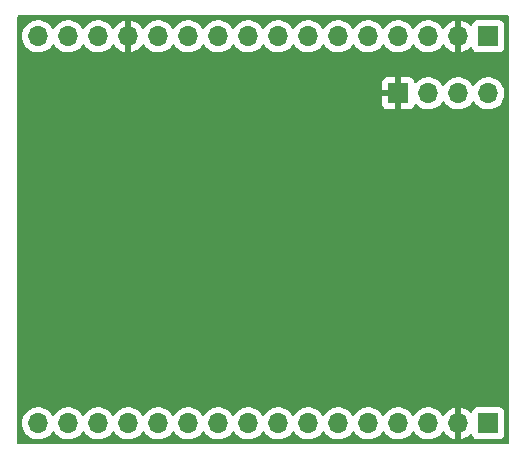
<source format=gbr>
%TF.GenerationSoftware,KiCad,Pcbnew,(6.0.9)*%
%TF.CreationDate,2022-11-25T11:21:21+01:00*%
%TF.ProjectId,stmf303re_eval_board,73746d66-3330-4337-9265-5f6576616c5f,rev?*%
%TF.SameCoordinates,Original*%
%TF.FileFunction,Copper,L2,Bot*%
%TF.FilePolarity,Positive*%
%FSLAX46Y46*%
G04 Gerber Fmt 4.6, Leading zero omitted, Abs format (unit mm)*
G04 Created by KiCad (PCBNEW (6.0.9)) date 2022-11-25 11:21:21*
%MOMM*%
%LPD*%
G01*
G04 APERTURE LIST*
%TA.AperFunction,ComponentPad*%
%ADD10R,1.700000X1.700000*%
%TD*%
%TA.AperFunction,ComponentPad*%
%ADD11O,1.700000X1.700000*%
%TD*%
%TA.AperFunction,ViaPad*%
%ADD12C,0.800000*%
%TD*%
G04 APERTURE END LIST*
D10*
%TO.P,J4,1,Pin_1*%
%TO.N,+3.3V*%
X171196000Y-60706000D03*
D11*
%TO.P,J4,2,Pin_2*%
%TO.N,GND*%
X168656000Y-60706000D03*
%TO.P,J4,3,Pin_3*%
%TO.N,PA15*%
X166116000Y-60706000D03*
%TO.P,J4,4,Pin_4*%
%TO.N,PC10*%
X163576000Y-60706000D03*
%TO.P,J4,5,Pin_5*%
%TO.N,PC11*%
X161036000Y-60706000D03*
%TO.P,J4,6,Pin_6*%
%TO.N,PC12*%
X158496000Y-60706000D03*
%TO.P,J4,7,Pin_7*%
%TO.N,PB3*%
X155956000Y-60706000D03*
%TO.P,J4,8,Pin_8*%
%TO.N,PB4*%
X153416000Y-60706000D03*
%TO.P,J4,9,Pin_9*%
%TO.N,PB5*%
X150876000Y-60706000D03*
%TO.P,J4,10,Pin_10*%
%TO.N,PB6*%
X148336000Y-60706000D03*
%TO.P,J4,11,Pin_11*%
%TO.N,PB7*%
X145796000Y-60706000D03*
%TO.P,J4,12,Pin_12*%
%TO.N,+3.3V*%
X143256000Y-60706000D03*
%TO.P,J4,13,Pin_13*%
%TO.N,GND*%
X140716000Y-60706000D03*
%TO.P,J4,14,Pin_14*%
%TO.N,PC13*%
X138176000Y-60706000D03*
%TO.P,J4,15,Pin_15*%
%TO.N,PC14*%
X135636000Y-60706000D03*
%TO.P,J4,16,Pin_16*%
%TO.N,PC15*%
X133096000Y-60706000D03*
%TD*%
D10*
%TO.P,J3,1,Pin_1*%
%TO.N,+3.3V*%
X171196000Y-93472000D03*
D11*
%TO.P,J3,2,Pin_2*%
%TO.N,GND*%
X168656000Y-93472000D03*
%TO.P,J3,3,Pin_3*%
%TO.N,PB13*%
X166116000Y-93472000D03*
%TO.P,J3,4,Pin_4*%
%TO.N,PB12*%
X163576000Y-93472000D03*
%TO.P,J3,5,Pin_5*%
%TO.N,PB11*%
X161036000Y-93472000D03*
%TO.P,J3,6,Pin_6*%
%TO.N,PB10*%
X158496000Y-93472000D03*
%TO.P,J3,7,Pin_7*%
%TO.N,PB2*%
X155956000Y-93472000D03*
%TO.P,J3,8,Pin_8*%
%TO.N,PB1*%
X153416000Y-93472000D03*
%TO.P,J3,9,Pin_9*%
%TO.N,PB0*%
X150876000Y-93472000D03*
%TO.P,J3,10,Pin_10*%
%TO.N,PC5*%
X148336000Y-93472000D03*
%TO.P,J3,11,Pin_11*%
%TO.N,PC4*%
X145796000Y-93472000D03*
%TO.P,J3,12,Pin_12*%
%TO.N,PA7*%
X143256000Y-93472000D03*
%TO.P,J3,13,Pin_13*%
%TO.N,PA6*%
X140716000Y-93472000D03*
%TO.P,J3,14,Pin_14*%
%TO.N,PA5*%
X138176000Y-93472000D03*
%TO.P,J3,15,Pin_15*%
%TO.N,PA4*%
X135636000Y-93472000D03*
%TO.P,J3,16,Pin_16*%
%TO.N,PA3*%
X133096000Y-93472000D03*
%TD*%
D10*
%TO.P,J1,1,Pin_1*%
%TO.N,GND*%
X163576000Y-65532000D03*
D11*
%TO.P,J1,2,Pin_2*%
%TO.N,SWDIO*%
X166116000Y-65532000D03*
%TO.P,J1,3,Pin_3*%
%TO.N,SWCLK*%
X168656000Y-65532000D03*
%TO.P,J1,4,Pin_4*%
%TO.N,+3.3V*%
X171196000Y-65532000D03*
%TD*%
D12*
%TO.N,GND*%
X147247414Y-88199778D03*
X138051762Y-82671665D03*
X159595504Y-76988982D03*
X167571171Y-77435544D03*
X145135683Y-74931077D03*
X146659600Y-64973200D03*
X135878318Y-86565713D03*
X160737814Y-83058000D03*
X136019350Y-74840000D03*
X148800787Y-72723271D03*
X144186485Y-81350354D03*
X155325496Y-87970288D03*
X138763236Y-74058861D03*
%TD*%
%TA.AperFunction,Conductor*%
%TO.N,GND*%
G36*
X172916121Y-58948502D02*
G01*
X172962614Y-59002158D01*
X172974000Y-59054500D01*
X172974000Y-95124000D01*
X172953998Y-95192121D01*
X172900342Y-95238614D01*
X172848000Y-95250000D01*
X131444000Y-95250000D01*
X131375879Y-95229998D01*
X131329386Y-95176342D01*
X131318000Y-95124000D01*
X131318000Y-93438695D01*
X131733251Y-93438695D01*
X131746110Y-93661715D01*
X131747247Y-93666761D01*
X131747248Y-93666767D01*
X131768275Y-93760069D01*
X131795222Y-93879639D01*
X131879266Y-94086616D01*
X131930942Y-94170944D01*
X131993291Y-94272688D01*
X131995987Y-94277088D01*
X132142250Y-94445938D01*
X132314126Y-94588632D01*
X132507000Y-94701338D01*
X132715692Y-94781030D01*
X132720760Y-94782061D01*
X132720763Y-94782062D01*
X132815862Y-94801410D01*
X132934597Y-94825567D01*
X132939772Y-94825757D01*
X132939774Y-94825757D01*
X133152673Y-94833564D01*
X133152677Y-94833564D01*
X133157837Y-94833753D01*
X133162957Y-94833097D01*
X133162959Y-94833097D01*
X133374288Y-94806025D01*
X133374289Y-94806025D01*
X133379416Y-94805368D01*
X133384366Y-94803883D01*
X133588429Y-94742661D01*
X133588434Y-94742659D01*
X133593384Y-94741174D01*
X133793994Y-94642896D01*
X133975860Y-94513173D01*
X134134096Y-94355489D01*
X134193594Y-94272689D01*
X134264453Y-94174077D01*
X134265776Y-94175028D01*
X134312645Y-94131857D01*
X134382580Y-94119625D01*
X134448026Y-94147144D01*
X134475875Y-94178994D01*
X134535987Y-94277088D01*
X134682250Y-94445938D01*
X134854126Y-94588632D01*
X135047000Y-94701338D01*
X135255692Y-94781030D01*
X135260760Y-94782061D01*
X135260763Y-94782062D01*
X135355862Y-94801410D01*
X135474597Y-94825567D01*
X135479772Y-94825757D01*
X135479774Y-94825757D01*
X135692673Y-94833564D01*
X135692677Y-94833564D01*
X135697837Y-94833753D01*
X135702957Y-94833097D01*
X135702959Y-94833097D01*
X135914288Y-94806025D01*
X135914289Y-94806025D01*
X135919416Y-94805368D01*
X135924366Y-94803883D01*
X136128429Y-94742661D01*
X136128434Y-94742659D01*
X136133384Y-94741174D01*
X136333994Y-94642896D01*
X136515860Y-94513173D01*
X136674096Y-94355489D01*
X136733594Y-94272689D01*
X136804453Y-94174077D01*
X136805776Y-94175028D01*
X136852645Y-94131857D01*
X136922580Y-94119625D01*
X136988026Y-94147144D01*
X137015875Y-94178994D01*
X137075987Y-94277088D01*
X137222250Y-94445938D01*
X137394126Y-94588632D01*
X137587000Y-94701338D01*
X137795692Y-94781030D01*
X137800760Y-94782061D01*
X137800763Y-94782062D01*
X137895862Y-94801410D01*
X138014597Y-94825567D01*
X138019772Y-94825757D01*
X138019774Y-94825757D01*
X138232673Y-94833564D01*
X138232677Y-94833564D01*
X138237837Y-94833753D01*
X138242957Y-94833097D01*
X138242959Y-94833097D01*
X138454288Y-94806025D01*
X138454289Y-94806025D01*
X138459416Y-94805368D01*
X138464366Y-94803883D01*
X138668429Y-94742661D01*
X138668434Y-94742659D01*
X138673384Y-94741174D01*
X138873994Y-94642896D01*
X139055860Y-94513173D01*
X139214096Y-94355489D01*
X139273594Y-94272689D01*
X139344453Y-94174077D01*
X139345776Y-94175028D01*
X139392645Y-94131857D01*
X139462580Y-94119625D01*
X139528026Y-94147144D01*
X139555875Y-94178994D01*
X139615987Y-94277088D01*
X139762250Y-94445938D01*
X139934126Y-94588632D01*
X140127000Y-94701338D01*
X140335692Y-94781030D01*
X140340760Y-94782061D01*
X140340763Y-94782062D01*
X140435862Y-94801410D01*
X140554597Y-94825567D01*
X140559772Y-94825757D01*
X140559774Y-94825757D01*
X140772673Y-94833564D01*
X140772677Y-94833564D01*
X140777837Y-94833753D01*
X140782957Y-94833097D01*
X140782959Y-94833097D01*
X140994288Y-94806025D01*
X140994289Y-94806025D01*
X140999416Y-94805368D01*
X141004366Y-94803883D01*
X141208429Y-94742661D01*
X141208434Y-94742659D01*
X141213384Y-94741174D01*
X141413994Y-94642896D01*
X141595860Y-94513173D01*
X141754096Y-94355489D01*
X141813594Y-94272689D01*
X141884453Y-94174077D01*
X141885776Y-94175028D01*
X141932645Y-94131857D01*
X142002580Y-94119625D01*
X142068026Y-94147144D01*
X142095875Y-94178994D01*
X142155987Y-94277088D01*
X142302250Y-94445938D01*
X142474126Y-94588632D01*
X142667000Y-94701338D01*
X142875692Y-94781030D01*
X142880760Y-94782061D01*
X142880763Y-94782062D01*
X142975862Y-94801410D01*
X143094597Y-94825567D01*
X143099772Y-94825757D01*
X143099774Y-94825757D01*
X143312673Y-94833564D01*
X143312677Y-94833564D01*
X143317837Y-94833753D01*
X143322957Y-94833097D01*
X143322959Y-94833097D01*
X143534288Y-94806025D01*
X143534289Y-94806025D01*
X143539416Y-94805368D01*
X143544366Y-94803883D01*
X143748429Y-94742661D01*
X143748434Y-94742659D01*
X143753384Y-94741174D01*
X143953994Y-94642896D01*
X144135860Y-94513173D01*
X144294096Y-94355489D01*
X144353594Y-94272689D01*
X144424453Y-94174077D01*
X144425776Y-94175028D01*
X144472645Y-94131857D01*
X144542580Y-94119625D01*
X144608026Y-94147144D01*
X144635875Y-94178994D01*
X144695987Y-94277088D01*
X144842250Y-94445938D01*
X145014126Y-94588632D01*
X145207000Y-94701338D01*
X145415692Y-94781030D01*
X145420760Y-94782061D01*
X145420763Y-94782062D01*
X145515862Y-94801410D01*
X145634597Y-94825567D01*
X145639772Y-94825757D01*
X145639774Y-94825757D01*
X145852673Y-94833564D01*
X145852677Y-94833564D01*
X145857837Y-94833753D01*
X145862957Y-94833097D01*
X145862959Y-94833097D01*
X146074288Y-94806025D01*
X146074289Y-94806025D01*
X146079416Y-94805368D01*
X146084366Y-94803883D01*
X146288429Y-94742661D01*
X146288434Y-94742659D01*
X146293384Y-94741174D01*
X146493994Y-94642896D01*
X146675860Y-94513173D01*
X146834096Y-94355489D01*
X146893594Y-94272689D01*
X146964453Y-94174077D01*
X146965776Y-94175028D01*
X147012645Y-94131857D01*
X147082580Y-94119625D01*
X147148026Y-94147144D01*
X147175875Y-94178994D01*
X147235987Y-94277088D01*
X147382250Y-94445938D01*
X147554126Y-94588632D01*
X147747000Y-94701338D01*
X147955692Y-94781030D01*
X147960760Y-94782061D01*
X147960763Y-94782062D01*
X148055862Y-94801410D01*
X148174597Y-94825567D01*
X148179772Y-94825757D01*
X148179774Y-94825757D01*
X148392673Y-94833564D01*
X148392677Y-94833564D01*
X148397837Y-94833753D01*
X148402957Y-94833097D01*
X148402959Y-94833097D01*
X148614288Y-94806025D01*
X148614289Y-94806025D01*
X148619416Y-94805368D01*
X148624366Y-94803883D01*
X148828429Y-94742661D01*
X148828434Y-94742659D01*
X148833384Y-94741174D01*
X149033994Y-94642896D01*
X149215860Y-94513173D01*
X149374096Y-94355489D01*
X149433594Y-94272689D01*
X149504453Y-94174077D01*
X149505776Y-94175028D01*
X149552645Y-94131857D01*
X149622580Y-94119625D01*
X149688026Y-94147144D01*
X149715875Y-94178994D01*
X149775987Y-94277088D01*
X149922250Y-94445938D01*
X150094126Y-94588632D01*
X150287000Y-94701338D01*
X150495692Y-94781030D01*
X150500760Y-94782061D01*
X150500763Y-94782062D01*
X150595862Y-94801410D01*
X150714597Y-94825567D01*
X150719772Y-94825757D01*
X150719774Y-94825757D01*
X150932673Y-94833564D01*
X150932677Y-94833564D01*
X150937837Y-94833753D01*
X150942957Y-94833097D01*
X150942959Y-94833097D01*
X151154288Y-94806025D01*
X151154289Y-94806025D01*
X151159416Y-94805368D01*
X151164366Y-94803883D01*
X151368429Y-94742661D01*
X151368434Y-94742659D01*
X151373384Y-94741174D01*
X151573994Y-94642896D01*
X151755860Y-94513173D01*
X151914096Y-94355489D01*
X151973594Y-94272689D01*
X152044453Y-94174077D01*
X152045776Y-94175028D01*
X152092645Y-94131857D01*
X152162580Y-94119625D01*
X152228026Y-94147144D01*
X152255875Y-94178994D01*
X152315987Y-94277088D01*
X152462250Y-94445938D01*
X152634126Y-94588632D01*
X152827000Y-94701338D01*
X153035692Y-94781030D01*
X153040760Y-94782061D01*
X153040763Y-94782062D01*
X153135862Y-94801410D01*
X153254597Y-94825567D01*
X153259772Y-94825757D01*
X153259774Y-94825757D01*
X153472673Y-94833564D01*
X153472677Y-94833564D01*
X153477837Y-94833753D01*
X153482957Y-94833097D01*
X153482959Y-94833097D01*
X153694288Y-94806025D01*
X153694289Y-94806025D01*
X153699416Y-94805368D01*
X153704366Y-94803883D01*
X153908429Y-94742661D01*
X153908434Y-94742659D01*
X153913384Y-94741174D01*
X154113994Y-94642896D01*
X154295860Y-94513173D01*
X154454096Y-94355489D01*
X154513594Y-94272689D01*
X154584453Y-94174077D01*
X154585776Y-94175028D01*
X154632645Y-94131857D01*
X154702580Y-94119625D01*
X154768026Y-94147144D01*
X154795875Y-94178994D01*
X154855987Y-94277088D01*
X155002250Y-94445938D01*
X155174126Y-94588632D01*
X155367000Y-94701338D01*
X155575692Y-94781030D01*
X155580760Y-94782061D01*
X155580763Y-94782062D01*
X155675862Y-94801410D01*
X155794597Y-94825567D01*
X155799772Y-94825757D01*
X155799774Y-94825757D01*
X156012673Y-94833564D01*
X156012677Y-94833564D01*
X156017837Y-94833753D01*
X156022957Y-94833097D01*
X156022959Y-94833097D01*
X156234288Y-94806025D01*
X156234289Y-94806025D01*
X156239416Y-94805368D01*
X156244366Y-94803883D01*
X156448429Y-94742661D01*
X156448434Y-94742659D01*
X156453384Y-94741174D01*
X156653994Y-94642896D01*
X156835860Y-94513173D01*
X156994096Y-94355489D01*
X157053594Y-94272689D01*
X157124453Y-94174077D01*
X157125776Y-94175028D01*
X157172645Y-94131857D01*
X157242580Y-94119625D01*
X157308026Y-94147144D01*
X157335875Y-94178994D01*
X157395987Y-94277088D01*
X157542250Y-94445938D01*
X157714126Y-94588632D01*
X157907000Y-94701338D01*
X158115692Y-94781030D01*
X158120760Y-94782061D01*
X158120763Y-94782062D01*
X158215862Y-94801410D01*
X158334597Y-94825567D01*
X158339772Y-94825757D01*
X158339774Y-94825757D01*
X158552673Y-94833564D01*
X158552677Y-94833564D01*
X158557837Y-94833753D01*
X158562957Y-94833097D01*
X158562959Y-94833097D01*
X158774288Y-94806025D01*
X158774289Y-94806025D01*
X158779416Y-94805368D01*
X158784366Y-94803883D01*
X158988429Y-94742661D01*
X158988434Y-94742659D01*
X158993384Y-94741174D01*
X159193994Y-94642896D01*
X159375860Y-94513173D01*
X159534096Y-94355489D01*
X159593594Y-94272689D01*
X159664453Y-94174077D01*
X159665776Y-94175028D01*
X159712645Y-94131857D01*
X159782580Y-94119625D01*
X159848026Y-94147144D01*
X159875875Y-94178994D01*
X159935987Y-94277088D01*
X160082250Y-94445938D01*
X160254126Y-94588632D01*
X160447000Y-94701338D01*
X160655692Y-94781030D01*
X160660760Y-94782061D01*
X160660763Y-94782062D01*
X160755862Y-94801410D01*
X160874597Y-94825567D01*
X160879772Y-94825757D01*
X160879774Y-94825757D01*
X161092673Y-94833564D01*
X161092677Y-94833564D01*
X161097837Y-94833753D01*
X161102957Y-94833097D01*
X161102959Y-94833097D01*
X161314288Y-94806025D01*
X161314289Y-94806025D01*
X161319416Y-94805368D01*
X161324366Y-94803883D01*
X161528429Y-94742661D01*
X161528434Y-94742659D01*
X161533384Y-94741174D01*
X161733994Y-94642896D01*
X161915860Y-94513173D01*
X162074096Y-94355489D01*
X162133594Y-94272689D01*
X162204453Y-94174077D01*
X162205776Y-94175028D01*
X162252645Y-94131857D01*
X162322580Y-94119625D01*
X162388026Y-94147144D01*
X162415875Y-94178994D01*
X162475987Y-94277088D01*
X162622250Y-94445938D01*
X162794126Y-94588632D01*
X162987000Y-94701338D01*
X163195692Y-94781030D01*
X163200760Y-94782061D01*
X163200763Y-94782062D01*
X163295862Y-94801410D01*
X163414597Y-94825567D01*
X163419772Y-94825757D01*
X163419774Y-94825757D01*
X163632673Y-94833564D01*
X163632677Y-94833564D01*
X163637837Y-94833753D01*
X163642957Y-94833097D01*
X163642959Y-94833097D01*
X163854288Y-94806025D01*
X163854289Y-94806025D01*
X163859416Y-94805368D01*
X163864366Y-94803883D01*
X164068429Y-94742661D01*
X164068434Y-94742659D01*
X164073384Y-94741174D01*
X164273994Y-94642896D01*
X164455860Y-94513173D01*
X164614096Y-94355489D01*
X164673594Y-94272689D01*
X164744453Y-94174077D01*
X164745776Y-94175028D01*
X164792645Y-94131857D01*
X164862580Y-94119625D01*
X164928026Y-94147144D01*
X164955875Y-94178994D01*
X165015987Y-94277088D01*
X165162250Y-94445938D01*
X165334126Y-94588632D01*
X165527000Y-94701338D01*
X165735692Y-94781030D01*
X165740760Y-94782061D01*
X165740763Y-94782062D01*
X165835862Y-94801410D01*
X165954597Y-94825567D01*
X165959772Y-94825757D01*
X165959774Y-94825757D01*
X166172673Y-94833564D01*
X166172677Y-94833564D01*
X166177837Y-94833753D01*
X166182957Y-94833097D01*
X166182959Y-94833097D01*
X166394288Y-94806025D01*
X166394289Y-94806025D01*
X166399416Y-94805368D01*
X166404366Y-94803883D01*
X166608429Y-94742661D01*
X166608434Y-94742659D01*
X166613384Y-94741174D01*
X166813994Y-94642896D01*
X166995860Y-94513173D01*
X167154096Y-94355489D01*
X167213594Y-94272689D01*
X167284453Y-94174077D01*
X167285640Y-94174930D01*
X167332960Y-94131362D01*
X167402897Y-94119145D01*
X167468338Y-94146678D01*
X167496166Y-94178511D01*
X167553694Y-94272388D01*
X167559777Y-94280699D01*
X167699213Y-94441667D01*
X167706580Y-94448883D01*
X167870434Y-94584916D01*
X167878881Y-94590831D01*
X168062756Y-94698279D01*
X168072042Y-94702729D01*
X168271001Y-94778703D01*
X168280899Y-94781579D01*
X168384250Y-94802606D01*
X168398299Y-94801410D01*
X168402000Y-94791065D01*
X168402000Y-94790517D01*
X168910000Y-94790517D01*
X168914064Y-94804359D01*
X168927478Y-94806393D01*
X168934184Y-94805534D01*
X168944262Y-94803392D01*
X169148255Y-94742191D01*
X169157842Y-94738433D01*
X169349095Y-94644739D01*
X169357945Y-94639464D01*
X169531328Y-94515792D01*
X169539193Y-94509145D01*
X169643897Y-94404805D01*
X169706268Y-94370889D01*
X169777075Y-94376077D01*
X169833837Y-94418723D01*
X169850819Y-94449826D01*
X169895385Y-94568705D01*
X169982739Y-94685261D01*
X170099295Y-94772615D01*
X170235684Y-94823745D01*
X170297866Y-94830500D01*
X172094134Y-94830500D01*
X172156316Y-94823745D01*
X172292705Y-94772615D01*
X172409261Y-94685261D01*
X172496615Y-94568705D01*
X172547745Y-94432316D01*
X172554500Y-94370134D01*
X172554500Y-92573866D01*
X172547745Y-92511684D01*
X172496615Y-92375295D01*
X172409261Y-92258739D01*
X172292705Y-92171385D01*
X172156316Y-92120255D01*
X172094134Y-92113500D01*
X170297866Y-92113500D01*
X170235684Y-92120255D01*
X170099295Y-92171385D01*
X169982739Y-92258739D01*
X169895385Y-92375295D01*
X169892233Y-92383703D01*
X169892232Y-92383705D01*
X169850722Y-92494433D01*
X169808081Y-92551198D01*
X169741519Y-92575898D01*
X169672170Y-92560691D01*
X169639546Y-92535004D01*
X169588799Y-92479234D01*
X169581273Y-92472215D01*
X169414139Y-92340222D01*
X169405552Y-92334517D01*
X169219117Y-92231599D01*
X169209705Y-92227369D01*
X169008959Y-92156280D01*
X168998988Y-92153646D01*
X168927837Y-92140972D01*
X168914540Y-92142432D01*
X168910000Y-92156989D01*
X168910000Y-94790517D01*
X168402000Y-94790517D01*
X168402000Y-92155102D01*
X168398082Y-92141758D01*
X168383806Y-92139771D01*
X168345324Y-92145660D01*
X168335288Y-92148051D01*
X168132868Y-92214212D01*
X168123359Y-92218209D01*
X167934463Y-92316542D01*
X167925738Y-92322036D01*
X167755433Y-92449905D01*
X167747726Y-92456748D01*
X167600590Y-92610717D01*
X167594109Y-92618722D01*
X167489498Y-92772074D01*
X167434587Y-92817076D01*
X167364062Y-92825247D01*
X167300315Y-92793993D01*
X167279618Y-92769509D01*
X167198822Y-92644617D01*
X167198820Y-92644614D01*
X167196014Y-92640277D01*
X167045670Y-92475051D01*
X167041619Y-92471852D01*
X167041615Y-92471848D01*
X166874414Y-92339800D01*
X166874410Y-92339798D01*
X166870359Y-92336598D01*
X166834028Y-92316542D01*
X166818136Y-92307769D01*
X166674789Y-92228638D01*
X166669920Y-92226914D01*
X166669916Y-92226912D01*
X166469087Y-92155795D01*
X166469083Y-92155794D01*
X166464212Y-92154069D01*
X166459119Y-92153162D01*
X166459116Y-92153161D01*
X166249373Y-92115800D01*
X166249367Y-92115799D01*
X166244284Y-92114894D01*
X166170452Y-92113992D01*
X166026081Y-92112228D01*
X166026079Y-92112228D01*
X166020911Y-92112165D01*
X165800091Y-92145955D01*
X165587756Y-92215357D01*
X165389607Y-92318507D01*
X165385474Y-92321610D01*
X165385471Y-92321612D01*
X165302771Y-92383705D01*
X165210965Y-92452635D01*
X165056629Y-92614138D01*
X164949201Y-92771621D01*
X164894293Y-92816621D01*
X164823768Y-92824792D01*
X164760021Y-92793538D01*
X164739324Y-92769054D01*
X164658822Y-92644617D01*
X164658820Y-92644614D01*
X164656014Y-92640277D01*
X164505670Y-92475051D01*
X164501619Y-92471852D01*
X164501615Y-92471848D01*
X164334414Y-92339800D01*
X164334410Y-92339798D01*
X164330359Y-92336598D01*
X164294028Y-92316542D01*
X164278136Y-92307769D01*
X164134789Y-92228638D01*
X164129920Y-92226914D01*
X164129916Y-92226912D01*
X163929087Y-92155795D01*
X163929083Y-92155794D01*
X163924212Y-92154069D01*
X163919119Y-92153162D01*
X163919116Y-92153161D01*
X163709373Y-92115800D01*
X163709367Y-92115799D01*
X163704284Y-92114894D01*
X163630452Y-92113992D01*
X163486081Y-92112228D01*
X163486079Y-92112228D01*
X163480911Y-92112165D01*
X163260091Y-92145955D01*
X163047756Y-92215357D01*
X162849607Y-92318507D01*
X162845474Y-92321610D01*
X162845471Y-92321612D01*
X162762771Y-92383705D01*
X162670965Y-92452635D01*
X162516629Y-92614138D01*
X162409201Y-92771621D01*
X162354293Y-92816621D01*
X162283768Y-92824792D01*
X162220021Y-92793538D01*
X162199324Y-92769054D01*
X162118822Y-92644617D01*
X162118820Y-92644614D01*
X162116014Y-92640277D01*
X161965670Y-92475051D01*
X161961619Y-92471852D01*
X161961615Y-92471848D01*
X161794414Y-92339800D01*
X161794410Y-92339798D01*
X161790359Y-92336598D01*
X161754028Y-92316542D01*
X161738136Y-92307769D01*
X161594789Y-92228638D01*
X161589920Y-92226914D01*
X161589916Y-92226912D01*
X161389087Y-92155795D01*
X161389083Y-92155794D01*
X161384212Y-92154069D01*
X161379119Y-92153162D01*
X161379116Y-92153161D01*
X161169373Y-92115800D01*
X161169367Y-92115799D01*
X161164284Y-92114894D01*
X161090452Y-92113992D01*
X160946081Y-92112228D01*
X160946079Y-92112228D01*
X160940911Y-92112165D01*
X160720091Y-92145955D01*
X160507756Y-92215357D01*
X160309607Y-92318507D01*
X160305474Y-92321610D01*
X160305471Y-92321612D01*
X160222771Y-92383705D01*
X160130965Y-92452635D01*
X159976629Y-92614138D01*
X159869201Y-92771621D01*
X159814293Y-92816621D01*
X159743768Y-92824792D01*
X159680021Y-92793538D01*
X159659324Y-92769054D01*
X159578822Y-92644617D01*
X159578820Y-92644614D01*
X159576014Y-92640277D01*
X159425670Y-92475051D01*
X159421619Y-92471852D01*
X159421615Y-92471848D01*
X159254414Y-92339800D01*
X159254410Y-92339798D01*
X159250359Y-92336598D01*
X159214028Y-92316542D01*
X159198136Y-92307769D01*
X159054789Y-92228638D01*
X159049920Y-92226914D01*
X159049916Y-92226912D01*
X158849087Y-92155795D01*
X158849083Y-92155794D01*
X158844212Y-92154069D01*
X158839119Y-92153162D01*
X158839116Y-92153161D01*
X158629373Y-92115800D01*
X158629367Y-92115799D01*
X158624284Y-92114894D01*
X158550452Y-92113992D01*
X158406081Y-92112228D01*
X158406079Y-92112228D01*
X158400911Y-92112165D01*
X158180091Y-92145955D01*
X157967756Y-92215357D01*
X157769607Y-92318507D01*
X157765474Y-92321610D01*
X157765471Y-92321612D01*
X157682771Y-92383705D01*
X157590965Y-92452635D01*
X157436629Y-92614138D01*
X157329201Y-92771621D01*
X157274293Y-92816621D01*
X157203768Y-92824792D01*
X157140021Y-92793538D01*
X157119324Y-92769054D01*
X157038822Y-92644617D01*
X157038820Y-92644614D01*
X157036014Y-92640277D01*
X156885670Y-92475051D01*
X156881619Y-92471852D01*
X156881615Y-92471848D01*
X156714414Y-92339800D01*
X156714410Y-92339798D01*
X156710359Y-92336598D01*
X156674028Y-92316542D01*
X156658136Y-92307769D01*
X156514789Y-92228638D01*
X156509920Y-92226914D01*
X156509916Y-92226912D01*
X156309087Y-92155795D01*
X156309083Y-92155794D01*
X156304212Y-92154069D01*
X156299119Y-92153162D01*
X156299116Y-92153161D01*
X156089373Y-92115800D01*
X156089367Y-92115799D01*
X156084284Y-92114894D01*
X156010452Y-92113992D01*
X155866081Y-92112228D01*
X155866079Y-92112228D01*
X155860911Y-92112165D01*
X155640091Y-92145955D01*
X155427756Y-92215357D01*
X155229607Y-92318507D01*
X155225474Y-92321610D01*
X155225471Y-92321612D01*
X155142771Y-92383705D01*
X155050965Y-92452635D01*
X154896629Y-92614138D01*
X154789201Y-92771621D01*
X154734293Y-92816621D01*
X154663768Y-92824792D01*
X154600021Y-92793538D01*
X154579324Y-92769054D01*
X154498822Y-92644617D01*
X154498820Y-92644614D01*
X154496014Y-92640277D01*
X154345670Y-92475051D01*
X154341619Y-92471852D01*
X154341615Y-92471848D01*
X154174414Y-92339800D01*
X154174410Y-92339798D01*
X154170359Y-92336598D01*
X154134028Y-92316542D01*
X154118136Y-92307769D01*
X153974789Y-92228638D01*
X153969920Y-92226914D01*
X153969916Y-92226912D01*
X153769087Y-92155795D01*
X153769083Y-92155794D01*
X153764212Y-92154069D01*
X153759119Y-92153162D01*
X153759116Y-92153161D01*
X153549373Y-92115800D01*
X153549367Y-92115799D01*
X153544284Y-92114894D01*
X153470452Y-92113992D01*
X153326081Y-92112228D01*
X153326079Y-92112228D01*
X153320911Y-92112165D01*
X153100091Y-92145955D01*
X152887756Y-92215357D01*
X152689607Y-92318507D01*
X152685474Y-92321610D01*
X152685471Y-92321612D01*
X152602771Y-92383705D01*
X152510965Y-92452635D01*
X152356629Y-92614138D01*
X152249201Y-92771621D01*
X152194293Y-92816621D01*
X152123768Y-92824792D01*
X152060021Y-92793538D01*
X152039324Y-92769054D01*
X151958822Y-92644617D01*
X151958820Y-92644614D01*
X151956014Y-92640277D01*
X151805670Y-92475051D01*
X151801619Y-92471852D01*
X151801615Y-92471848D01*
X151634414Y-92339800D01*
X151634410Y-92339798D01*
X151630359Y-92336598D01*
X151594028Y-92316542D01*
X151578136Y-92307769D01*
X151434789Y-92228638D01*
X151429920Y-92226914D01*
X151429916Y-92226912D01*
X151229087Y-92155795D01*
X151229083Y-92155794D01*
X151224212Y-92154069D01*
X151219119Y-92153162D01*
X151219116Y-92153161D01*
X151009373Y-92115800D01*
X151009367Y-92115799D01*
X151004284Y-92114894D01*
X150930452Y-92113992D01*
X150786081Y-92112228D01*
X150786079Y-92112228D01*
X150780911Y-92112165D01*
X150560091Y-92145955D01*
X150347756Y-92215357D01*
X150149607Y-92318507D01*
X150145474Y-92321610D01*
X150145471Y-92321612D01*
X150062771Y-92383705D01*
X149970965Y-92452635D01*
X149816629Y-92614138D01*
X149709201Y-92771621D01*
X149654293Y-92816621D01*
X149583768Y-92824792D01*
X149520021Y-92793538D01*
X149499324Y-92769054D01*
X149418822Y-92644617D01*
X149418820Y-92644614D01*
X149416014Y-92640277D01*
X149265670Y-92475051D01*
X149261619Y-92471852D01*
X149261615Y-92471848D01*
X149094414Y-92339800D01*
X149094410Y-92339798D01*
X149090359Y-92336598D01*
X149054028Y-92316542D01*
X149038136Y-92307769D01*
X148894789Y-92228638D01*
X148889920Y-92226914D01*
X148889916Y-92226912D01*
X148689087Y-92155795D01*
X148689083Y-92155794D01*
X148684212Y-92154069D01*
X148679119Y-92153162D01*
X148679116Y-92153161D01*
X148469373Y-92115800D01*
X148469367Y-92115799D01*
X148464284Y-92114894D01*
X148390452Y-92113992D01*
X148246081Y-92112228D01*
X148246079Y-92112228D01*
X148240911Y-92112165D01*
X148020091Y-92145955D01*
X147807756Y-92215357D01*
X147609607Y-92318507D01*
X147605474Y-92321610D01*
X147605471Y-92321612D01*
X147522771Y-92383705D01*
X147430965Y-92452635D01*
X147276629Y-92614138D01*
X147169201Y-92771621D01*
X147114293Y-92816621D01*
X147043768Y-92824792D01*
X146980021Y-92793538D01*
X146959324Y-92769054D01*
X146878822Y-92644617D01*
X146878820Y-92644614D01*
X146876014Y-92640277D01*
X146725670Y-92475051D01*
X146721619Y-92471852D01*
X146721615Y-92471848D01*
X146554414Y-92339800D01*
X146554410Y-92339798D01*
X146550359Y-92336598D01*
X146514028Y-92316542D01*
X146498136Y-92307769D01*
X146354789Y-92228638D01*
X146349920Y-92226914D01*
X146349916Y-92226912D01*
X146149087Y-92155795D01*
X146149083Y-92155794D01*
X146144212Y-92154069D01*
X146139119Y-92153162D01*
X146139116Y-92153161D01*
X145929373Y-92115800D01*
X145929367Y-92115799D01*
X145924284Y-92114894D01*
X145850452Y-92113992D01*
X145706081Y-92112228D01*
X145706079Y-92112228D01*
X145700911Y-92112165D01*
X145480091Y-92145955D01*
X145267756Y-92215357D01*
X145069607Y-92318507D01*
X145065474Y-92321610D01*
X145065471Y-92321612D01*
X144982771Y-92383705D01*
X144890965Y-92452635D01*
X144736629Y-92614138D01*
X144629201Y-92771621D01*
X144574293Y-92816621D01*
X144503768Y-92824792D01*
X144440021Y-92793538D01*
X144419324Y-92769054D01*
X144338822Y-92644617D01*
X144338820Y-92644614D01*
X144336014Y-92640277D01*
X144185670Y-92475051D01*
X144181619Y-92471852D01*
X144181615Y-92471848D01*
X144014414Y-92339800D01*
X144014410Y-92339798D01*
X144010359Y-92336598D01*
X143974028Y-92316542D01*
X143958136Y-92307769D01*
X143814789Y-92228638D01*
X143809920Y-92226914D01*
X143809916Y-92226912D01*
X143609087Y-92155795D01*
X143609083Y-92155794D01*
X143604212Y-92154069D01*
X143599119Y-92153162D01*
X143599116Y-92153161D01*
X143389373Y-92115800D01*
X143389367Y-92115799D01*
X143384284Y-92114894D01*
X143310452Y-92113992D01*
X143166081Y-92112228D01*
X143166079Y-92112228D01*
X143160911Y-92112165D01*
X142940091Y-92145955D01*
X142727756Y-92215357D01*
X142529607Y-92318507D01*
X142525474Y-92321610D01*
X142525471Y-92321612D01*
X142442771Y-92383705D01*
X142350965Y-92452635D01*
X142196629Y-92614138D01*
X142089201Y-92771621D01*
X142034293Y-92816621D01*
X141963768Y-92824792D01*
X141900021Y-92793538D01*
X141879324Y-92769054D01*
X141798822Y-92644617D01*
X141798820Y-92644614D01*
X141796014Y-92640277D01*
X141645670Y-92475051D01*
X141641619Y-92471852D01*
X141641615Y-92471848D01*
X141474414Y-92339800D01*
X141474410Y-92339798D01*
X141470359Y-92336598D01*
X141434028Y-92316542D01*
X141418136Y-92307769D01*
X141274789Y-92228638D01*
X141269920Y-92226914D01*
X141269916Y-92226912D01*
X141069087Y-92155795D01*
X141069083Y-92155794D01*
X141064212Y-92154069D01*
X141059119Y-92153162D01*
X141059116Y-92153161D01*
X140849373Y-92115800D01*
X140849367Y-92115799D01*
X140844284Y-92114894D01*
X140770452Y-92113992D01*
X140626081Y-92112228D01*
X140626079Y-92112228D01*
X140620911Y-92112165D01*
X140400091Y-92145955D01*
X140187756Y-92215357D01*
X139989607Y-92318507D01*
X139985474Y-92321610D01*
X139985471Y-92321612D01*
X139902771Y-92383705D01*
X139810965Y-92452635D01*
X139656629Y-92614138D01*
X139549201Y-92771621D01*
X139494293Y-92816621D01*
X139423768Y-92824792D01*
X139360021Y-92793538D01*
X139339324Y-92769054D01*
X139258822Y-92644617D01*
X139258820Y-92644614D01*
X139256014Y-92640277D01*
X139105670Y-92475051D01*
X139101619Y-92471852D01*
X139101615Y-92471848D01*
X138934414Y-92339800D01*
X138934410Y-92339798D01*
X138930359Y-92336598D01*
X138894028Y-92316542D01*
X138878136Y-92307769D01*
X138734789Y-92228638D01*
X138729920Y-92226914D01*
X138729916Y-92226912D01*
X138529087Y-92155795D01*
X138529083Y-92155794D01*
X138524212Y-92154069D01*
X138519119Y-92153162D01*
X138519116Y-92153161D01*
X138309373Y-92115800D01*
X138309367Y-92115799D01*
X138304284Y-92114894D01*
X138230452Y-92113992D01*
X138086081Y-92112228D01*
X138086079Y-92112228D01*
X138080911Y-92112165D01*
X137860091Y-92145955D01*
X137647756Y-92215357D01*
X137449607Y-92318507D01*
X137445474Y-92321610D01*
X137445471Y-92321612D01*
X137362771Y-92383705D01*
X137270965Y-92452635D01*
X137116629Y-92614138D01*
X137009201Y-92771621D01*
X136954293Y-92816621D01*
X136883768Y-92824792D01*
X136820021Y-92793538D01*
X136799324Y-92769054D01*
X136718822Y-92644617D01*
X136718820Y-92644614D01*
X136716014Y-92640277D01*
X136565670Y-92475051D01*
X136561619Y-92471852D01*
X136561615Y-92471848D01*
X136394414Y-92339800D01*
X136394410Y-92339798D01*
X136390359Y-92336598D01*
X136354028Y-92316542D01*
X136338136Y-92307769D01*
X136194789Y-92228638D01*
X136189920Y-92226914D01*
X136189916Y-92226912D01*
X135989087Y-92155795D01*
X135989083Y-92155794D01*
X135984212Y-92154069D01*
X135979119Y-92153162D01*
X135979116Y-92153161D01*
X135769373Y-92115800D01*
X135769367Y-92115799D01*
X135764284Y-92114894D01*
X135690452Y-92113992D01*
X135546081Y-92112228D01*
X135546079Y-92112228D01*
X135540911Y-92112165D01*
X135320091Y-92145955D01*
X135107756Y-92215357D01*
X134909607Y-92318507D01*
X134905474Y-92321610D01*
X134905471Y-92321612D01*
X134822771Y-92383705D01*
X134730965Y-92452635D01*
X134576629Y-92614138D01*
X134469201Y-92771621D01*
X134414293Y-92816621D01*
X134343768Y-92824792D01*
X134280021Y-92793538D01*
X134259324Y-92769054D01*
X134178822Y-92644617D01*
X134178820Y-92644614D01*
X134176014Y-92640277D01*
X134025670Y-92475051D01*
X134021619Y-92471852D01*
X134021615Y-92471848D01*
X133854414Y-92339800D01*
X133854410Y-92339798D01*
X133850359Y-92336598D01*
X133814028Y-92316542D01*
X133798136Y-92307769D01*
X133654789Y-92228638D01*
X133649920Y-92226914D01*
X133649916Y-92226912D01*
X133449087Y-92155795D01*
X133449083Y-92155794D01*
X133444212Y-92154069D01*
X133439119Y-92153162D01*
X133439116Y-92153161D01*
X133229373Y-92115800D01*
X133229367Y-92115799D01*
X133224284Y-92114894D01*
X133150452Y-92113992D01*
X133006081Y-92112228D01*
X133006079Y-92112228D01*
X133000911Y-92112165D01*
X132780091Y-92145955D01*
X132567756Y-92215357D01*
X132369607Y-92318507D01*
X132365474Y-92321610D01*
X132365471Y-92321612D01*
X132282771Y-92383705D01*
X132190965Y-92452635D01*
X132036629Y-92614138D01*
X131910743Y-92798680D01*
X131816688Y-93001305D01*
X131756989Y-93216570D01*
X131733251Y-93438695D01*
X131318000Y-93438695D01*
X131318000Y-66426669D01*
X162218001Y-66426669D01*
X162218371Y-66433490D01*
X162223895Y-66484352D01*
X162227521Y-66499604D01*
X162272676Y-66620054D01*
X162281214Y-66635649D01*
X162357715Y-66737724D01*
X162370276Y-66750285D01*
X162472351Y-66826786D01*
X162487946Y-66835324D01*
X162608394Y-66880478D01*
X162623649Y-66884105D01*
X162674514Y-66889631D01*
X162681328Y-66890000D01*
X163303885Y-66890000D01*
X163319124Y-66885525D01*
X163320329Y-66884135D01*
X163322000Y-66876452D01*
X163322000Y-66871884D01*
X163830000Y-66871884D01*
X163834475Y-66887123D01*
X163835865Y-66888328D01*
X163843548Y-66889999D01*
X164470669Y-66889999D01*
X164477490Y-66889629D01*
X164528352Y-66884105D01*
X164543604Y-66880479D01*
X164664054Y-66835324D01*
X164679649Y-66826786D01*
X164781724Y-66750285D01*
X164794285Y-66737724D01*
X164870786Y-66635649D01*
X164879324Y-66620054D01*
X164920225Y-66510952D01*
X164962867Y-66454188D01*
X165029428Y-66429488D01*
X165098777Y-66444696D01*
X165133444Y-66472684D01*
X165158865Y-66502031D01*
X165158869Y-66502035D01*
X165162250Y-66505938D01*
X165334126Y-66648632D01*
X165527000Y-66761338D01*
X165735692Y-66841030D01*
X165740760Y-66842061D01*
X165740763Y-66842062D01*
X165848017Y-66863883D01*
X165954597Y-66885567D01*
X165959772Y-66885757D01*
X165959774Y-66885757D01*
X166172673Y-66893564D01*
X166172677Y-66893564D01*
X166177837Y-66893753D01*
X166182957Y-66893097D01*
X166182959Y-66893097D01*
X166394288Y-66866025D01*
X166394289Y-66866025D01*
X166399416Y-66865368D01*
X166404366Y-66863883D01*
X166608429Y-66802661D01*
X166608434Y-66802659D01*
X166613384Y-66801174D01*
X166813994Y-66702896D01*
X166995860Y-66573173D01*
X167154096Y-66415489D01*
X167284453Y-66234077D01*
X167285776Y-66235028D01*
X167332645Y-66191857D01*
X167402580Y-66179625D01*
X167468026Y-66207144D01*
X167495875Y-66238994D01*
X167555987Y-66337088D01*
X167702250Y-66505938D01*
X167874126Y-66648632D01*
X168067000Y-66761338D01*
X168275692Y-66841030D01*
X168280760Y-66842061D01*
X168280763Y-66842062D01*
X168388017Y-66863883D01*
X168494597Y-66885567D01*
X168499772Y-66885757D01*
X168499774Y-66885757D01*
X168712673Y-66893564D01*
X168712677Y-66893564D01*
X168717837Y-66893753D01*
X168722957Y-66893097D01*
X168722959Y-66893097D01*
X168934288Y-66866025D01*
X168934289Y-66866025D01*
X168939416Y-66865368D01*
X168944366Y-66863883D01*
X169148429Y-66802661D01*
X169148434Y-66802659D01*
X169153384Y-66801174D01*
X169353994Y-66702896D01*
X169535860Y-66573173D01*
X169694096Y-66415489D01*
X169824453Y-66234077D01*
X169825776Y-66235028D01*
X169872645Y-66191857D01*
X169942580Y-66179625D01*
X170008026Y-66207144D01*
X170035875Y-66238994D01*
X170095987Y-66337088D01*
X170242250Y-66505938D01*
X170414126Y-66648632D01*
X170607000Y-66761338D01*
X170815692Y-66841030D01*
X170820760Y-66842061D01*
X170820763Y-66842062D01*
X170928017Y-66863883D01*
X171034597Y-66885567D01*
X171039772Y-66885757D01*
X171039774Y-66885757D01*
X171252673Y-66893564D01*
X171252677Y-66893564D01*
X171257837Y-66893753D01*
X171262957Y-66893097D01*
X171262959Y-66893097D01*
X171474288Y-66866025D01*
X171474289Y-66866025D01*
X171479416Y-66865368D01*
X171484366Y-66863883D01*
X171688429Y-66802661D01*
X171688434Y-66802659D01*
X171693384Y-66801174D01*
X171893994Y-66702896D01*
X172075860Y-66573173D01*
X172234096Y-66415489D01*
X172364453Y-66234077D01*
X172385320Y-66191857D01*
X172461136Y-66038453D01*
X172461137Y-66038451D01*
X172463430Y-66033811D01*
X172528370Y-65820069D01*
X172557529Y-65598590D01*
X172559156Y-65532000D01*
X172540852Y-65309361D01*
X172486431Y-65092702D01*
X172397354Y-64887840D01*
X172276014Y-64700277D01*
X172125670Y-64535051D01*
X172121619Y-64531852D01*
X172121615Y-64531848D01*
X171954414Y-64399800D01*
X171954410Y-64399798D01*
X171950359Y-64396598D01*
X171754789Y-64288638D01*
X171749920Y-64286914D01*
X171749916Y-64286912D01*
X171549087Y-64215795D01*
X171549083Y-64215794D01*
X171544212Y-64214069D01*
X171539119Y-64213162D01*
X171539116Y-64213161D01*
X171329373Y-64175800D01*
X171329367Y-64175799D01*
X171324284Y-64174894D01*
X171250452Y-64173992D01*
X171106081Y-64172228D01*
X171106079Y-64172228D01*
X171100911Y-64172165D01*
X170880091Y-64205955D01*
X170667756Y-64275357D01*
X170469607Y-64378507D01*
X170465474Y-64381610D01*
X170465471Y-64381612D01*
X170382450Y-64443946D01*
X170290965Y-64512635D01*
X170136629Y-64674138D01*
X170029201Y-64831621D01*
X169974293Y-64876621D01*
X169903768Y-64884792D01*
X169840021Y-64853538D01*
X169819324Y-64829054D01*
X169738822Y-64704617D01*
X169738820Y-64704614D01*
X169736014Y-64700277D01*
X169585670Y-64535051D01*
X169581619Y-64531852D01*
X169581615Y-64531848D01*
X169414414Y-64399800D01*
X169414410Y-64399798D01*
X169410359Y-64396598D01*
X169214789Y-64288638D01*
X169209920Y-64286914D01*
X169209916Y-64286912D01*
X169009087Y-64215795D01*
X169009083Y-64215794D01*
X169004212Y-64214069D01*
X168999119Y-64213162D01*
X168999116Y-64213161D01*
X168789373Y-64175800D01*
X168789367Y-64175799D01*
X168784284Y-64174894D01*
X168710452Y-64173992D01*
X168566081Y-64172228D01*
X168566079Y-64172228D01*
X168560911Y-64172165D01*
X168340091Y-64205955D01*
X168127756Y-64275357D01*
X167929607Y-64378507D01*
X167925474Y-64381610D01*
X167925471Y-64381612D01*
X167842450Y-64443946D01*
X167750965Y-64512635D01*
X167596629Y-64674138D01*
X167489201Y-64831621D01*
X167434293Y-64876621D01*
X167363768Y-64884792D01*
X167300021Y-64853538D01*
X167279324Y-64829054D01*
X167198822Y-64704617D01*
X167198820Y-64704614D01*
X167196014Y-64700277D01*
X167045670Y-64535051D01*
X167041619Y-64531852D01*
X167041615Y-64531848D01*
X166874414Y-64399800D01*
X166874410Y-64399798D01*
X166870359Y-64396598D01*
X166674789Y-64288638D01*
X166669920Y-64286914D01*
X166669916Y-64286912D01*
X166469087Y-64215795D01*
X166469083Y-64215794D01*
X166464212Y-64214069D01*
X166459119Y-64213162D01*
X166459116Y-64213161D01*
X166249373Y-64175800D01*
X166249367Y-64175799D01*
X166244284Y-64174894D01*
X166170452Y-64173992D01*
X166026081Y-64172228D01*
X166026079Y-64172228D01*
X166020911Y-64172165D01*
X165800091Y-64205955D01*
X165587756Y-64275357D01*
X165389607Y-64378507D01*
X165385474Y-64381610D01*
X165385471Y-64381612D01*
X165302450Y-64443946D01*
X165210965Y-64512635D01*
X165207393Y-64516373D01*
X165129898Y-64597466D01*
X165068374Y-64632895D01*
X164997462Y-64629438D01*
X164939676Y-64588192D01*
X164920823Y-64554644D01*
X164879324Y-64443946D01*
X164870786Y-64428351D01*
X164794285Y-64326276D01*
X164781724Y-64313715D01*
X164679649Y-64237214D01*
X164664054Y-64228676D01*
X164543606Y-64183522D01*
X164528351Y-64179895D01*
X164477486Y-64174369D01*
X164470672Y-64174000D01*
X163848115Y-64174000D01*
X163832876Y-64178475D01*
X163831671Y-64179865D01*
X163830000Y-64187548D01*
X163830000Y-66871884D01*
X163322000Y-66871884D01*
X163322000Y-65804115D01*
X163317525Y-65788876D01*
X163316135Y-65787671D01*
X163308452Y-65786000D01*
X162236116Y-65786000D01*
X162220877Y-65790475D01*
X162219672Y-65791865D01*
X162218001Y-65799548D01*
X162218001Y-66426669D01*
X131318000Y-66426669D01*
X131318000Y-65259885D01*
X162218000Y-65259885D01*
X162222475Y-65275124D01*
X162223865Y-65276329D01*
X162231548Y-65278000D01*
X163303885Y-65278000D01*
X163319124Y-65273525D01*
X163320329Y-65272135D01*
X163322000Y-65264452D01*
X163322000Y-64192116D01*
X163317525Y-64176877D01*
X163316135Y-64175672D01*
X163308452Y-64174001D01*
X162681331Y-64174001D01*
X162674510Y-64174371D01*
X162623648Y-64179895D01*
X162608396Y-64183521D01*
X162487946Y-64228676D01*
X162472351Y-64237214D01*
X162370276Y-64313715D01*
X162357715Y-64326276D01*
X162281214Y-64428351D01*
X162272676Y-64443946D01*
X162227522Y-64564394D01*
X162223895Y-64579649D01*
X162218369Y-64630514D01*
X162218000Y-64637328D01*
X162218000Y-65259885D01*
X131318000Y-65259885D01*
X131318000Y-60672695D01*
X131733251Y-60672695D01*
X131746110Y-60895715D01*
X131747247Y-60900761D01*
X131747248Y-60900767D01*
X131768275Y-60994069D01*
X131795222Y-61113639D01*
X131879266Y-61320616D01*
X131930942Y-61404944D01*
X131993291Y-61506688D01*
X131995987Y-61511088D01*
X132142250Y-61679938D01*
X132314126Y-61822632D01*
X132507000Y-61935338D01*
X132715692Y-62015030D01*
X132720760Y-62016061D01*
X132720763Y-62016062D01*
X132815862Y-62035410D01*
X132934597Y-62059567D01*
X132939772Y-62059757D01*
X132939774Y-62059757D01*
X133152673Y-62067564D01*
X133152677Y-62067564D01*
X133157837Y-62067753D01*
X133162957Y-62067097D01*
X133162959Y-62067097D01*
X133374288Y-62040025D01*
X133374289Y-62040025D01*
X133379416Y-62039368D01*
X133384366Y-62037883D01*
X133588429Y-61976661D01*
X133588434Y-61976659D01*
X133593384Y-61975174D01*
X133793994Y-61876896D01*
X133975860Y-61747173D01*
X134134096Y-61589489D01*
X134193594Y-61506689D01*
X134264453Y-61408077D01*
X134265776Y-61409028D01*
X134312645Y-61365857D01*
X134382580Y-61353625D01*
X134448026Y-61381144D01*
X134475875Y-61412994D01*
X134535987Y-61511088D01*
X134682250Y-61679938D01*
X134854126Y-61822632D01*
X135047000Y-61935338D01*
X135255692Y-62015030D01*
X135260760Y-62016061D01*
X135260763Y-62016062D01*
X135355862Y-62035410D01*
X135474597Y-62059567D01*
X135479772Y-62059757D01*
X135479774Y-62059757D01*
X135692673Y-62067564D01*
X135692677Y-62067564D01*
X135697837Y-62067753D01*
X135702957Y-62067097D01*
X135702959Y-62067097D01*
X135914288Y-62040025D01*
X135914289Y-62040025D01*
X135919416Y-62039368D01*
X135924366Y-62037883D01*
X136128429Y-61976661D01*
X136128434Y-61976659D01*
X136133384Y-61975174D01*
X136333994Y-61876896D01*
X136515860Y-61747173D01*
X136674096Y-61589489D01*
X136733594Y-61506689D01*
X136804453Y-61408077D01*
X136805776Y-61409028D01*
X136852645Y-61365857D01*
X136922580Y-61353625D01*
X136988026Y-61381144D01*
X137015875Y-61412994D01*
X137075987Y-61511088D01*
X137222250Y-61679938D01*
X137394126Y-61822632D01*
X137587000Y-61935338D01*
X137795692Y-62015030D01*
X137800760Y-62016061D01*
X137800763Y-62016062D01*
X137895862Y-62035410D01*
X138014597Y-62059567D01*
X138019772Y-62059757D01*
X138019774Y-62059757D01*
X138232673Y-62067564D01*
X138232677Y-62067564D01*
X138237837Y-62067753D01*
X138242957Y-62067097D01*
X138242959Y-62067097D01*
X138454288Y-62040025D01*
X138454289Y-62040025D01*
X138459416Y-62039368D01*
X138464366Y-62037883D01*
X138668429Y-61976661D01*
X138668434Y-61976659D01*
X138673384Y-61975174D01*
X138873994Y-61876896D01*
X139055860Y-61747173D01*
X139214096Y-61589489D01*
X139273594Y-61506689D01*
X139344453Y-61408077D01*
X139345640Y-61408930D01*
X139392960Y-61365362D01*
X139462897Y-61353145D01*
X139528338Y-61380678D01*
X139556166Y-61412511D01*
X139613694Y-61506388D01*
X139619777Y-61514699D01*
X139759213Y-61675667D01*
X139766580Y-61682883D01*
X139930434Y-61818916D01*
X139938881Y-61824831D01*
X140122756Y-61932279D01*
X140132042Y-61936729D01*
X140331001Y-62012703D01*
X140340899Y-62015579D01*
X140444250Y-62036606D01*
X140458299Y-62035410D01*
X140462000Y-62025065D01*
X140462000Y-62024517D01*
X140970000Y-62024517D01*
X140974064Y-62038359D01*
X140987478Y-62040393D01*
X140994184Y-62039534D01*
X141004262Y-62037392D01*
X141208255Y-61976191D01*
X141217842Y-61972433D01*
X141409095Y-61878739D01*
X141417945Y-61873464D01*
X141591328Y-61749792D01*
X141599200Y-61743139D01*
X141750052Y-61592812D01*
X141756730Y-61584965D01*
X141884022Y-61407819D01*
X141885279Y-61408722D01*
X141932373Y-61365362D01*
X142002311Y-61353145D01*
X142067751Y-61380678D01*
X142095579Y-61412511D01*
X142155987Y-61511088D01*
X142302250Y-61679938D01*
X142474126Y-61822632D01*
X142667000Y-61935338D01*
X142875692Y-62015030D01*
X142880760Y-62016061D01*
X142880763Y-62016062D01*
X142975862Y-62035410D01*
X143094597Y-62059567D01*
X143099772Y-62059757D01*
X143099774Y-62059757D01*
X143312673Y-62067564D01*
X143312677Y-62067564D01*
X143317837Y-62067753D01*
X143322957Y-62067097D01*
X143322959Y-62067097D01*
X143534288Y-62040025D01*
X143534289Y-62040025D01*
X143539416Y-62039368D01*
X143544366Y-62037883D01*
X143748429Y-61976661D01*
X143748434Y-61976659D01*
X143753384Y-61975174D01*
X143953994Y-61876896D01*
X144135860Y-61747173D01*
X144294096Y-61589489D01*
X144353594Y-61506689D01*
X144424453Y-61408077D01*
X144425776Y-61409028D01*
X144472645Y-61365857D01*
X144542580Y-61353625D01*
X144608026Y-61381144D01*
X144635875Y-61412994D01*
X144695987Y-61511088D01*
X144842250Y-61679938D01*
X145014126Y-61822632D01*
X145207000Y-61935338D01*
X145415692Y-62015030D01*
X145420760Y-62016061D01*
X145420763Y-62016062D01*
X145515862Y-62035410D01*
X145634597Y-62059567D01*
X145639772Y-62059757D01*
X145639774Y-62059757D01*
X145852673Y-62067564D01*
X145852677Y-62067564D01*
X145857837Y-62067753D01*
X145862957Y-62067097D01*
X145862959Y-62067097D01*
X146074288Y-62040025D01*
X146074289Y-62040025D01*
X146079416Y-62039368D01*
X146084366Y-62037883D01*
X146288429Y-61976661D01*
X146288434Y-61976659D01*
X146293384Y-61975174D01*
X146493994Y-61876896D01*
X146675860Y-61747173D01*
X146834096Y-61589489D01*
X146893594Y-61506689D01*
X146964453Y-61408077D01*
X146965776Y-61409028D01*
X147012645Y-61365857D01*
X147082580Y-61353625D01*
X147148026Y-61381144D01*
X147175875Y-61412994D01*
X147235987Y-61511088D01*
X147382250Y-61679938D01*
X147554126Y-61822632D01*
X147747000Y-61935338D01*
X147955692Y-62015030D01*
X147960760Y-62016061D01*
X147960763Y-62016062D01*
X148055862Y-62035410D01*
X148174597Y-62059567D01*
X148179772Y-62059757D01*
X148179774Y-62059757D01*
X148392673Y-62067564D01*
X148392677Y-62067564D01*
X148397837Y-62067753D01*
X148402957Y-62067097D01*
X148402959Y-62067097D01*
X148614288Y-62040025D01*
X148614289Y-62040025D01*
X148619416Y-62039368D01*
X148624366Y-62037883D01*
X148828429Y-61976661D01*
X148828434Y-61976659D01*
X148833384Y-61975174D01*
X149033994Y-61876896D01*
X149215860Y-61747173D01*
X149374096Y-61589489D01*
X149433594Y-61506689D01*
X149504453Y-61408077D01*
X149505776Y-61409028D01*
X149552645Y-61365857D01*
X149622580Y-61353625D01*
X149688026Y-61381144D01*
X149715875Y-61412994D01*
X149775987Y-61511088D01*
X149922250Y-61679938D01*
X150094126Y-61822632D01*
X150287000Y-61935338D01*
X150495692Y-62015030D01*
X150500760Y-62016061D01*
X150500763Y-62016062D01*
X150595862Y-62035410D01*
X150714597Y-62059567D01*
X150719772Y-62059757D01*
X150719774Y-62059757D01*
X150932673Y-62067564D01*
X150932677Y-62067564D01*
X150937837Y-62067753D01*
X150942957Y-62067097D01*
X150942959Y-62067097D01*
X151154288Y-62040025D01*
X151154289Y-62040025D01*
X151159416Y-62039368D01*
X151164366Y-62037883D01*
X151368429Y-61976661D01*
X151368434Y-61976659D01*
X151373384Y-61975174D01*
X151573994Y-61876896D01*
X151755860Y-61747173D01*
X151914096Y-61589489D01*
X151973594Y-61506689D01*
X152044453Y-61408077D01*
X152045776Y-61409028D01*
X152092645Y-61365857D01*
X152162580Y-61353625D01*
X152228026Y-61381144D01*
X152255875Y-61412994D01*
X152315987Y-61511088D01*
X152462250Y-61679938D01*
X152634126Y-61822632D01*
X152827000Y-61935338D01*
X153035692Y-62015030D01*
X153040760Y-62016061D01*
X153040763Y-62016062D01*
X153135862Y-62035410D01*
X153254597Y-62059567D01*
X153259772Y-62059757D01*
X153259774Y-62059757D01*
X153472673Y-62067564D01*
X153472677Y-62067564D01*
X153477837Y-62067753D01*
X153482957Y-62067097D01*
X153482959Y-62067097D01*
X153694288Y-62040025D01*
X153694289Y-62040025D01*
X153699416Y-62039368D01*
X153704366Y-62037883D01*
X153908429Y-61976661D01*
X153908434Y-61976659D01*
X153913384Y-61975174D01*
X154113994Y-61876896D01*
X154295860Y-61747173D01*
X154454096Y-61589489D01*
X154513594Y-61506689D01*
X154584453Y-61408077D01*
X154585776Y-61409028D01*
X154632645Y-61365857D01*
X154702580Y-61353625D01*
X154768026Y-61381144D01*
X154795875Y-61412994D01*
X154855987Y-61511088D01*
X155002250Y-61679938D01*
X155174126Y-61822632D01*
X155367000Y-61935338D01*
X155575692Y-62015030D01*
X155580760Y-62016061D01*
X155580763Y-62016062D01*
X155675862Y-62035410D01*
X155794597Y-62059567D01*
X155799772Y-62059757D01*
X155799774Y-62059757D01*
X156012673Y-62067564D01*
X156012677Y-62067564D01*
X156017837Y-62067753D01*
X156022957Y-62067097D01*
X156022959Y-62067097D01*
X156234288Y-62040025D01*
X156234289Y-62040025D01*
X156239416Y-62039368D01*
X156244366Y-62037883D01*
X156448429Y-61976661D01*
X156448434Y-61976659D01*
X156453384Y-61975174D01*
X156653994Y-61876896D01*
X156835860Y-61747173D01*
X156994096Y-61589489D01*
X157053594Y-61506689D01*
X157124453Y-61408077D01*
X157125776Y-61409028D01*
X157172645Y-61365857D01*
X157242580Y-61353625D01*
X157308026Y-61381144D01*
X157335875Y-61412994D01*
X157395987Y-61511088D01*
X157542250Y-61679938D01*
X157714126Y-61822632D01*
X157907000Y-61935338D01*
X158115692Y-62015030D01*
X158120760Y-62016061D01*
X158120763Y-62016062D01*
X158215862Y-62035410D01*
X158334597Y-62059567D01*
X158339772Y-62059757D01*
X158339774Y-62059757D01*
X158552673Y-62067564D01*
X158552677Y-62067564D01*
X158557837Y-62067753D01*
X158562957Y-62067097D01*
X158562959Y-62067097D01*
X158774288Y-62040025D01*
X158774289Y-62040025D01*
X158779416Y-62039368D01*
X158784366Y-62037883D01*
X158988429Y-61976661D01*
X158988434Y-61976659D01*
X158993384Y-61975174D01*
X159193994Y-61876896D01*
X159375860Y-61747173D01*
X159534096Y-61589489D01*
X159593594Y-61506689D01*
X159664453Y-61408077D01*
X159665776Y-61409028D01*
X159712645Y-61365857D01*
X159782580Y-61353625D01*
X159848026Y-61381144D01*
X159875875Y-61412994D01*
X159935987Y-61511088D01*
X160082250Y-61679938D01*
X160254126Y-61822632D01*
X160447000Y-61935338D01*
X160655692Y-62015030D01*
X160660760Y-62016061D01*
X160660763Y-62016062D01*
X160755862Y-62035410D01*
X160874597Y-62059567D01*
X160879772Y-62059757D01*
X160879774Y-62059757D01*
X161092673Y-62067564D01*
X161092677Y-62067564D01*
X161097837Y-62067753D01*
X161102957Y-62067097D01*
X161102959Y-62067097D01*
X161314288Y-62040025D01*
X161314289Y-62040025D01*
X161319416Y-62039368D01*
X161324366Y-62037883D01*
X161528429Y-61976661D01*
X161528434Y-61976659D01*
X161533384Y-61975174D01*
X161733994Y-61876896D01*
X161915860Y-61747173D01*
X162074096Y-61589489D01*
X162133594Y-61506689D01*
X162204453Y-61408077D01*
X162205776Y-61409028D01*
X162252645Y-61365857D01*
X162322580Y-61353625D01*
X162388026Y-61381144D01*
X162415875Y-61412994D01*
X162475987Y-61511088D01*
X162622250Y-61679938D01*
X162794126Y-61822632D01*
X162987000Y-61935338D01*
X163195692Y-62015030D01*
X163200760Y-62016061D01*
X163200763Y-62016062D01*
X163295862Y-62035410D01*
X163414597Y-62059567D01*
X163419772Y-62059757D01*
X163419774Y-62059757D01*
X163632673Y-62067564D01*
X163632677Y-62067564D01*
X163637837Y-62067753D01*
X163642957Y-62067097D01*
X163642959Y-62067097D01*
X163854288Y-62040025D01*
X163854289Y-62040025D01*
X163859416Y-62039368D01*
X163864366Y-62037883D01*
X164068429Y-61976661D01*
X164068434Y-61976659D01*
X164073384Y-61975174D01*
X164273994Y-61876896D01*
X164455860Y-61747173D01*
X164614096Y-61589489D01*
X164673594Y-61506689D01*
X164744453Y-61408077D01*
X164745776Y-61409028D01*
X164792645Y-61365857D01*
X164862580Y-61353625D01*
X164928026Y-61381144D01*
X164955875Y-61412994D01*
X165015987Y-61511088D01*
X165162250Y-61679938D01*
X165334126Y-61822632D01*
X165527000Y-61935338D01*
X165735692Y-62015030D01*
X165740760Y-62016061D01*
X165740763Y-62016062D01*
X165835862Y-62035410D01*
X165954597Y-62059567D01*
X165959772Y-62059757D01*
X165959774Y-62059757D01*
X166172673Y-62067564D01*
X166172677Y-62067564D01*
X166177837Y-62067753D01*
X166182957Y-62067097D01*
X166182959Y-62067097D01*
X166394288Y-62040025D01*
X166394289Y-62040025D01*
X166399416Y-62039368D01*
X166404366Y-62037883D01*
X166608429Y-61976661D01*
X166608434Y-61976659D01*
X166613384Y-61975174D01*
X166813994Y-61876896D01*
X166995860Y-61747173D01*
X167154096Y-61589489D01*
X167213594Y-61506689D01*
X167284453Y-61408077D01*
X167285640Y-61408930D01*
X167332960Y-61365362D01*
X167402897Y-61353145D01*
X167468338Y-61380678D01*
X167496166Y-61412511D01*
X167553694Y-61506388D01*
X167559777Y-61514699D01*
X167699213Y-61675667D01*
X167706580Y-61682883D01*
X167870434Y-61818916D01*
X167878881Y-61824831D01*
X168062756Y-61932279D01*
X168072042Y-61936729D01*
X168271001Y-62012703D01*
X168280899Y-62015579D01*
X168384250Y-62036606D01*
X168398299Y-62035410D01*
X168402000Y-62025065D01*
X168402000Y-62024517D01*
X168910000Y-62024517D01*
X168914064Y-62038359D01*
X168927478Y-62040393D01*
X168934184Y-62039534D01*
X168944262Y-62037392D01*
X169148255Y-61976191D01*
X169157842Y-61972433D01*
X169349095Y-61878739D01*
X169357945Y-61873464D01*
X169531328Y-61749792D01*
X169539193Y-61743145D01*
X169643897Y-61638805D01*
X169706268Y-61604889D01*
X169777075Y-61610077D01*
X169833837Y-61652723D01*
X169850819Y-61683826D01*
X169895385Y-61802705D01*
X169982739Y-61919261D01*
X170099295Y-62006615D01*
X170235684Y-62057745D01*
X170297866Y-62064500D01*
X172094134Y-62064500D01*
X172156316Y-62057745D01*
X172292705Y-62006615D01*
X172409261Y-61919261D01*
X172496615Y-61802705D01*
X172547745Y-61666316D01*
X172554500Y-61604134D01*
X172554500Y-59807866D01*
X172547745Y-59745684D01*
X172496615Y-59609295D01*
X172409261Y-59492739D01*
X172292705Y-59405385D01*
X172156316Y-59354255D01*
X172094134Y-59347500D01*
X170297866Y-59347500D01*
X170235684Y-59354255D01*
X170099295Y-59405385D01*
X169982739Y-59492739D01*
X169895385Y-59609295D01*
X169892233Y-59617703D01*
X169892232Y-59617705D01*
X169850722Y-59728433D01*
X169808081Y-59785198D01*
X169741519Y-59809898D01*
X169672170Y-59794691D01*
X169639546Y-59769004D01*
X169588799Y-59713234D01*
X169581273Y-59706215D01*
X169414139Y-59574222D01*
X169405552Y-59568517D01*
X169219117Y-59465599D01*
X169209705Y-59461369D01*
X169008959Y-59390280D01*
X168998988Y-59387646D01*
X168927837Y-59374972D01*
X168914540Y-59376432D01*
X168910000Y-59390989D01*
X168910000Y-62024517D01*
X168402000Y-62024517D01*
X168402000Y-59389102D01*
X168398082Y-59375758D01*
X168383806Y-59373771D01*
X168345324Y-59379660D01*
X168335288Y-59382051D01*
X168132868Y-59448212D01*
X168123359Y-59452209D01*
X167934463Y-59550542D01*
X167925738Y-59556036D01*
X167755433Y-59683905D01*
X167747726Y-59690748D01*
X167600590Y-59844717D01*
X167594109Y-59852722D01*
X167489498Y-60006074D01*
X167434587Y-60051076D01*
X167364062Y-60059247D01*
X167300315Y-60027993D01*
X167279618Y-60003509D01*
X167198822Y-59878617D01*
X167198820Y-59878614D01*
X167196014Y-59874277D01*
X167045670Y-59709051D01*
X167041619Y-59705852D01*
X167041615Y-59705848D01*
X166874414Y-59573800D01*
X166874410Y-59573798D01*
X166870359Y-59570598D01*
X166860170Y-59564973D01*
X166818136Y-59541769D01*
X166674789Y-59462638D01*
X166669920Y-59460914D01*
X166669916Y-59460912D01*
X166469087Y-59389795D01*
X166469083Y-59389794D01*
X166464212Y-59388069D01*
X166459119Y-59387162D01*
X166459116Y-59387161D01*
X166249373Y-59349800D01*
X166249367Y-59349799D01*
X166244284Y-59348894D01*
X166170452Y-59347992D01*
X166026081Y-59346228D01*
X166026079Y-59346228D01*
X166020911Y-59346165D01*
X165800091Y-59379955D01*
X165587756Y-59449357D01*
X165389607Y-59552507D01*
X165385474Y-59555610D01*
X165385471Y-59555612D01*
X165255127Y-59653477D01*
X165210965Y-59686635D01*
X165056629Y-59848138D01*
X164949201Y-60005621D01*
X164894293Y-60050621D01*
X164823768Y-60058792D01*
X164760021Y-60027538D01*
X164739324Y-60003054D01*
X164658822Y-59878617D01*
X164658820Y-59878614D01*
X164656014Y-59874277D01*
X164505670Y-59709051D01*
X164501619Y-59705852D01*
X164501615Y-59705848D01*
X164334414Y-59573800D01*
X164334410Y-59573798D01*
X164330359Y-59570598D01*
X164320170Y-59564973D01*
X164278136Y-59541769D01*
X164134789Y-59462638D01*
X164129920Y-59460914D01*
X164129916Y-59460912D01*
X163929087Y-59389795D01*
X163929083Y-59389794D01*
X163924212Y-59388069D01*
X163919119Y-59387162D01*
X163919116Y-59387161D01*
X163709373Y-59349800D01*
X163709367Y-59349799D01*
X163704284Y-59348894D01*
X163630452Y-59347992D01*
X163486081Y-59346228D01*
X163486079Y-59346228D01*
X163480911Y-59346165D01*
X163260091Y-59379955D01*
X163047756Y-59449357D01*
X162849607Y-59552507D01*
X162845474Y-59555610D01*
X162845471Y-59555612D01*
X162715127Y-59653477D01*
X162670965Y-59686635D01*
X162516629Y-59848138D01*
X162409201Y-60005621D01*
X162354293Y-60050621D01*
X162283768Y-60058792D01*
X162220021Y-60027538D01*
X162199324Y-60003054D01*
X162118822Y-59878617D01*
X162118820Y-59878614D01*
X162116014Y-59874277D01*
X161965670Y-59709051D01*
X161961619Y-59705852D01*
X161961615Y-59705848D01*
X161794414Y-59573800D01*
X161794410Y-59573798D01*
X161790359Y-59570598D01*
X161780170Y-59564973D01*
X161738136Y-59541769D01*
X161594789Y-59462638D01*
X161589920Y-59460914D01*
X161589916Y-59460912D01*
X161389087Y-59389795D01*
X161389083Y-59389794D01*
X161384212Y-59388069D01*
X161379119Y-59387162D01*
X161379116Y-59387161D01*
X161169373Y-59349800D01*
X161169367Y-59349799D01*
X161164284Y-59348894D01*
X161090452Y-59347992D01*
X160946081Y-59346228D01*
X160946079Y-59346228D01*
X160940911Y-59346165D01*
X160720091Y-59379955D01*
X160507756Y-59449357D01*
X160309607Y-59552507D01*
X160305474Y-59555610D01*
X160305471Y-59555612D01*
X160175127Y-59653477D01*
X160130965Y-59686635D01*
X159976629Y-59848138D01*
X159869201Y-60005621D01*
X159814293Y-60050621D01*
X159743768Y-60058792D01*
X159680021Y-60027538D01*
X159659324Y-60003054D01*
X159578822Y-59878617D01*
X159578820Y-59878614D01*
X159576014Y-59874277D01*
X159425670Y-59709051D01*
X159421619Y-59705852D01*
X159421615Y-59705848D01*
X159254414Y-59573800D01*
X159254410Y-59573798D01*
X159250359Y-59570598D01*
X159240170Y-59564973D01*
X159198136Y-59541769D01*
X159054789Y-59462638D01*
X159049920Y-59460914D01*
X159049916Y-59460912D01*
X158849087Y-59389795D01*
X158849083Y-59389794D01*
X158844212Y-59388069D01*
X158839119Y-59387162D01*
X158839116Y-59387161D01*
X158629373Y-59349800D01*
X158629367Y-59349799D01*
X158624284Y-59348894D01*
X158550452Y-59347992D01*
X158406081Y-59346228D01*
X158406079Y-59346228D01*
X158400911Y-59346165D01*
X158180091Y-59379955D01*
X157967756Y-59449357D01*
X157769607Y-59552507D01*
X157765474Y-59555610D01*
X157765471Y-59555612D01*
X157635127Y-59653477D01*
X157590965Y-59686635D01*
X157436629Y-59848138D01*
X157329201Y-60005621D01*
X157274293Y-60050621D01*
X157203768Y-60058792D01*
X157140021Y-60027538D01*
X157119324Y-60003054D01*
X157038822Y-59878617D01*
X157038820Y-59878614D01*
X157036014Y-59874277D01*
X156885670Y-59709051D01*
X156881619Y-59705852D01*
X156881615Y-59705848D01*
X156714414Y-59573800D01*
X156714410Y-59573798D01*
X156710359Y-59570598D01*
X156700170Y-59564973D01*
X156658136Y-59541769D01*
X156514789Y-59462638D01*
X156509920Y-59460914D01*
X156509916Y-59460912D01*
X156309087Y-59389795D01*
X156309083Y-59389794D01*
X156304212Y-59388069D01*
X156299119Y-59387162D01*
X156299116Y-59387161D01*
X156089373Y-59349800D01*
X156089367Y-59349799D01*
X156084284Y-59348894D01*
X156010452Y-59347992D01*
X155866081Y-59346228D01*
X155866079Y-59346228D01*
X155860911Y-59346165D01*
X155640091Y-59379955D01*
X155427756Y-59449357D01*
X155229607Y-59552507D01*
X155225474Y-59555610D01*
X155225471Y-59555612D01*
X155095127Y-59653477D01*
X155050965Y-59686635D01*
X154896629Y-59848138D01*
X154789201Y-60005621D01*
X154734293Y-60050621D01*
X154663768Y-60058792D01*
X154600021Y-60027538D01*
X154579324Y-60003054D01*
X154498822Y-59878617D01*
X154498820Y-59878614D01*
X154496014Y-59874277D01*
X154345670Y-59709051D01*
X154341619Y-59705852D01*
X154341615Y-59705848D01*
X154174414Y-59573800D01*
X154174410Y-59573798D01*
X154170359Y-59570598D01*
X154160170Y-59564973D01*
X154118136Y-59541769D01*
X153974789Y-59462638D01*
X153969920Y-59460914D01*
X153969916Y-59460912D01*
X153769087Y-59389795D01*
X153769083Y-59389794D01*
X153764212Y-59388069D01*
X153759119Y-59387162D01*
X153759116Y-59387161D01*
X153549373Y-59349800D01*
X153549367Y-59349799D01*
X153544284Y-59348894D01*
X153470452Y-59347992D01*
X153326081Y-59346228D01*
X153326079Y-59346228D01*
X153320911Y-59346165D01*
X153100091Y-59379955D01*
X152887756Y-59449357D01*
X152689607Y-59552507D01*
X152685474Y-59555610D01*
X152685471Y-59555612D01*
X152555127Y-59653477D01*
X152510965Y-59686635D01*
X152356629Y-59848138D01*
X152249201Y-60005621D01*
X152194293Y-60050621D01*
X152123768Y-60058792D01*
X152060021Y-60027538D01*
X152039324Y-60003054D01*
X151958822Y-59878617D01*
X151958820Y-59878614D01*
X151956014Y-59874277D01*
X151805670Y-59709051D01*
X151801619Y-59705852D01*
X151801615Y-59705848D01*
X151634414Y-59573800D01*
X151634410Y-59573798D01*
X151630359Y-59570598D01*
X151620170Y-59564973D01*
X151578136Y-59541769D01*
X151434789Y-59462638D01*
X151429920Y-59460914D01*
X151429916Y-59460912D01*
X151229087Y-59389795D01*
X151229083Y-59389794D01*
X151224212Y-59388069D01*
X151219119Y-59387162D01*
X151219116Y-59387161D01*
X151009373Y-59349800D01*
X151009367Y-59349799D01*
X151004284Y-59348894D01*
X150930452Y-59347992D01*
X150786081Y-59346228D01*
X150786079Y-59346228D01*
X150780911Y-59346165D01*
X150560091Y-59379955D01*
X150347756Y-59449357D01*
X150149607Y-59552507D01*
X150145474Y-59555610D01*
X150145471Y-59555612D01*
X150015127Y-59653477D01*
X149970965Y-59686635D01*
X149816629Y-59848138D01*
X149709201Y-60005621D01*
X149654293Y-60050621D01*
X149583768Y-60058792D01*
X149520021Y-60027538D01*
X149499324Y-60003054D01*
X149418822Y-59878617D01*
X149418820Y-59878614D01*
X149416014Y-59874277D01*
X149265670Y-59709051D01*
X149261619Y-59705852D01*
X149261615Y-59705848D01*
X149094414Y-59573800D01*
X149094410Y-59573798D01*
X149090359Y-59570598D01*
X149080170Y-59564973D01*
X149038136Y-59541769D01*
X148894789Y-59462638D01*
X148889920Y-59460914D01*
X148889916Y-59460912D01*
X148689087Y-59389795D01*
X148689083Y-59389794D01*
X148684212Y-59388069D01*
X148679119Y-59387162D01*
X148679116Y-59387161D01*
X148469373Y-59349800D01*
X148469367Y-59349799D01*
X148464284Y-59348894D01*
X148390452Y-59347992D01*
X148246081Y-59346228D01*
X148246079Y-59346228D01*
X148240911Y-59346165D01*
X148020091Y-59379955D01*
X147807756Y-59449357D01*
X147609607Y-59552507D01*
X147605474Y-59555610D01*
X147605471Y-59555612D01*
X147475127Y-59653477D01*
X147430965Y-59686635D01*
X147276629Y-59848138D01*
X147169201Y-60005621D01*
X147114293Y-60050621D01*
X147043768Y-60058792D01*
X146980021Y-60027538D01*
X146959324Y-60003054D01*
X146878822Y-59878617D01*
X146878820Y-59878614D01*
X146876014Y-59874277D01*
X146725670Y-59709051D01*
X146721619Y-59705852D01*
X146721615Y-59705848D01*
X146554414Y-59573800D01*
X146554410Y-59573798D01*
X146550359Y-59570598D01*
X146540170Y-59564973D01*
X146498136Y-59541769D01*
X146354789Y-59462638D01*
X146349920Y-59460914D01*
X146349916Y-59460912D01*
X146149087Y-59389795D01*
X146149083Y-59389794D01*
X146144212Y-59388069D01*
X146139119Y-59387162D01*
X146139116Y-59387161D01*
X145929373Y-59349800D01*
X145929367Y-59349799D01*
X145924284Y-59348894D01*
X145850452Y-59347992D01*
X145706081Y-59346228D01*
X145706079Y-59346228D01*
X145700911Y-59346165D01*
X145480091Y-59379955D01*
X145267756Y-59449357D01*
X145069607Y-59552507D01*
X145065474Y-59555610D01*
X145065471Y-59555612D01*
X144935127Y-59653477D01*
X144890965Y-59686635D01*
X144736629Y-59848138D01*
X144629201Y-60005621D01*
X144574293Y-60050621D01*
X144503768Y-60058792D01*
X144440021Y-60027538D01*
X144419324Y-60003054D01*
X144338822Y-59878617D01*
X144338820Y-59878614D01*
X144336014Y-59874277D01*
X144185670Y-59709051D01*
X144181619Y-59705852D01*
X144181615Y-59705848D01*
X144014414Y-59573800D01*
X144014410Y-59573798D01*
X144010359Y-59570598D01*
X144000170Y-59564973D01*
X143958136Y-59541769D01*
X143814789Y-59462638D01*
X143809920Y-59460914D01*
X143809916Y-59460912D01*
X143609087Y-59389795D01*
X143609083Y-59389794D01*
X143604212Y-59388069D01*
X143599119Y-59387162D01*
X143599116Y-59387161D01*
X143389373Y-59349800D01*
X143389367Y-59349799D01*
X143384284Y-59348894D01*
X143310452Y-59347992D01*
X143166081Y-59346228D01*
X143166079Y-59346228D01*
X143160911Y-59346165D01*
X142940091Y-59379955D01*
X142727756Y-59449357D01*
X142529607Y-59552507D01*
X142525474Y-59555610D01*
X142525471Y-59555612D01*
X142395127Y-59653477D01*
X142350965Y-59686635D01*
X142196629Y-59848138D01*
X142089204Y-60005618D01*
X142088898Y-60006066D01*
X142033987Y-60051069D01*
X141963462Y-60059240D01*
X141899715Y-60027986D01*
X141879018Y-60003502D01*
X141798426Y-59878926D01*
X141792136Y-59870757D01*
X141648806Y-59713240D01*
X141641273Y-59706215D01*
X141474139Y-59574222D01*
X141465552Y-59568517D01*
X141279117Y-59465599D01*
X141269705Y-59461369D01*
X141068959Y-59390280D01*
X141058988Y-59387646D01*
X140987837Y-59374972D01*
X140974540Y-59376432D01*
X140970000Y-59390989D01*
X140970000Y-62024517D01*
X140462000Y-62024517D01*
X140462000Y-59389102D01*
X140458082Y-59375758D01*
X140443806Y-59373771D01*
X140405324Y-59379660D01*
X140395288Y-59382051D01*
X140192868Y-59448212D01*
X140183359Y-59452209D01*
X139994463Y-59550542D01*
X139985738Y-59556036D01*
X139815433Y-59683905D01*
X139807726Y-59690748D01*
X139660590Y-59844717D01*
X139654109Y-59852722D01*
X139549498Y-60006074D01*
X139494587Y-60051076D01*
X139424062Y-60059247D01*
X139360315Y-60027993D01*
X139339618Y-60003509D01*
X139258822Y-59878617D01*
X139258820Y-59878614D01*
X139256014Y-59874277D01*
X139105670Y-59709051D01*
X139101619Y-59705852D01*
X139101615Y-59705848D01*
X138934414Y-59573800D01*
X138934410Y-59573798D01*
X138930359Y-59570598D01*
X138920170Y-59564973D01*
X138878136Y-59541769D01*
X138734789Y-59462638D01*
X138729920Y-59460914D01*
X138729916Y-59460912D01*
X138529087Y-59389795D01*
X138529083Y-59389794D01*
X138524212Y-59388069D01*
X138519119Y-59387162D01*
X138519116Y-59387161D01*
X138309373Y-59349800D01*
X138309367Y-59349799D01*
X138304284Y-59348894D01*
X138230452Y-59347992D01*
X138086081Y-59346228D01*
X138086079Y-59346228D01*
X138080911Y-59346165D01*
X137860091Y-59379955D01*
X137647756Y-59449357D01*
X137449607Y-59552507D01*
X137445474Y-59555610D01*
X137445471Y-59555612D01*
X137315127Y-59653477D01*
X137270965Y-59686635D01*
X137116629Y-59848138D01*
X137009201Y-60005621D01*
X136954293Y-60050621D01*
X136883768Y-60058792D01*
X136820021Y-60027538D01*
X136799324Y-60003054D01*
X136718822Y-59878617D01*
X136718820Y-59878614D01*
X136716014Y-59874277D01*
X136565670Y-59709051D01*
X136561619Y-59705852D01*
X136561615Y-59705848D01*
X136394414Y-59573800D01*
X136394410Y-59573798D01*
X136390359Y-59570598D01*
X136380170Y-59564973D01*
X136338136Y-59541769D01*
X136194789Y-59462638D01*
X136189920Y-59460914D01*
X136189916Y-59460912D01*
X135989087Y-59389795D01*
X135989083Y-59389794D01*
X135984212Y-59388069D01*
X135979119Y-59387162D01*
X135979116Y-59387161D01*
X135769373Y-59349800D01*
X135769367Y-59349799D01*
X135764284Y-59348894D01*
X135690452Y-59347992D01*
X135546081Y-59346228D01*
X135546079Y-59346228D01*
X135540911Y-59346165D01*
X135320091Y-59379955D01*
X135107756Y-59449357D01*
X134909607Y-59552507D01*
X134905474Y-59555610D01*
X134905471Y-59555612D01*
X134775127Y-59653477D01*
X134730965Y-59686635D01*
X134576629Y-59848138D01*
X134469201Y-60005621D01*
X134414293Y-60050621D01*
X134343768Y-60058792D01*
X134280021Y-60027538D01*
X134259324Y-60003054D01*
X134178822Y-59878617D01*
X134178820Y-59878614D01*
X134176014Y-59874277D01*
X134025670Y-59709051D01*
X134021619Y-59705852D01*
X134021615Y-59705848D01*
X133854414Y-59573800D01*
X133854410Y-59573798D01*
X133850359Y-59570598D01*
X133840170Y-59564973D01*
X133798136Y-59541769D01*
X133654789Y-59462638D01*
X133649920Y-59460914D01*
X133649916Y-59460912D01*
X133449087Y-59389795D01*
X133449083Y-59389794D01*
X133444212Y-59388069D01*
X133439119Y-59387162D01*
X133439116Y-59387161D01*
X133229373Y-59349800D01*
X133229367Y-59349799D01*
X133224284Y-59348894D01*
X133150452Y-59347992D01*
X133006081Y-59346228D01*
X133006079Y-59346228D01*
X133000911Y-59346165D01*
X132780091Y-59379955D01*
X132567756Y-59449357D01*
X132369607Y-59552507D01*
X132365474Y-59555610D01*
X132365471Y-59555612D01*
X132235127Y-59653477D01*
X132190965Y-59686635D01*
X132036629Y-59848138D01*
X131910743Y-60032680D01*
X131816688Y-60235305D01*
X131756989Y-60450570D01*
X131733251Y-60672695D01*
X131318000Y-60672695D01*
X131318000Y-59054500D01*
X131338002Y-58986379D01*
X131391658Y-58939886D01*
X131444000Y-58928500D01*
X172848000Y-58928500D01*
X172916121Y-58948502D01*
G37*
%TD.AperFunction*%
%TD*%
M02*

</source>
